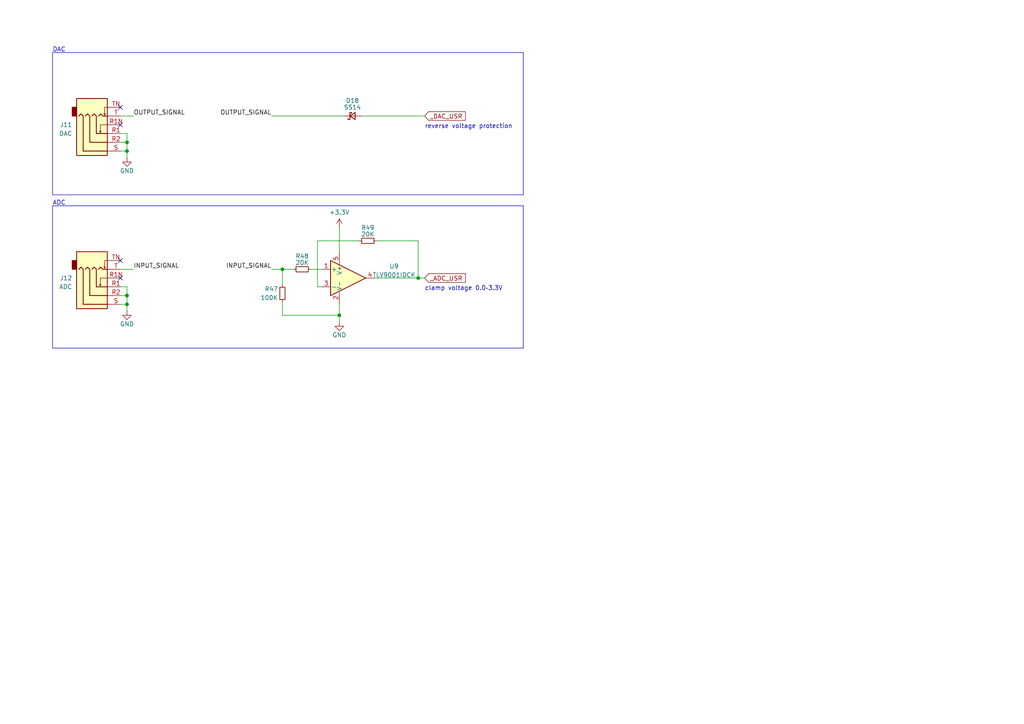
<source format=kicad_sch>
(kicad_sch (version 20231120) (generator "eeschema") (generator_version "8.0")
  (paper "A4")
  (lib_symbols
    (symbol "Amplifier_Operational:TLV9001IDCK" (pin_names (offset 0.127))
      (property "Reference" "U" (at 7.62 2.54 0))
      (property "Value" "TLV9001IDCK" (at 11.43 -2.54 0))
      (symbol "TLV9001IDCK_0_1"
        (polyline (pts (xy -2.54 5.08) (xy -2.54 -5.08) (xy 7.62 0) (xy -2.54 5.08)) (stroke (width 0.254)) (fill (type background)))
      )
      (symbol "TLV9001IDCK_1_1"
        (pin input line (at -5.08 2.54 0) (length 2.54) (name "+") (number "1"))
        (pin power_in line (at 0 -7.62 90) (length 3.81) (name "V-") (number "2"))
        (pin input line (at -5.08 -2.54 0) (length 2.54) (name "-") (number "3"))
        (pin output line (at 10.16 0 180) (length 2.54) (name "~") (number "4"))
        (pin power_in line (at 0 7.62 270) (length 3.81) (name "V+") (number "5"))
      )
    )
    (symbol "Connector_Audio:AudioJack4_SwitchTR1"
      (property "Reference" "J" (at 0 11.43 0))
      (property "Value" "AudioJack4_SwitchTR1" (at 0 8.89 0))
      (symbol "AudioJack4_SwitchTR1_0_1"
        (rectangle (start -7.62 -5.08) (end -8.89 -7.62) (stroke (width 0.254)) (fill (type outline)))
        (polyline (pts (xy 1.27 -5.08) (xy 2.54 -5.08)))
        (polyline (pts (xy 1.27 2.54) (xy 2.54 2.54)))
        (polyline (pts (xy 2.54 0) (xy 1.27 0)))
        (polyline (pts (xy 2.54 5.08) (xy 1.27 5.08)))
        (rectangle (start 1.27 6.35) (end -7.62 -10.16) (stroke (width 0.254)) (fill (type background)))
      )
      (symbol "AudioJack4_SwitchTR1_1_1"
        (polyline (pts (xy -0.762 -0.254) (xy -0.508 -0.762)))
        (polyline (pts (xy 0.508 -5.334) (xy 0.762 -5.842)))
        (polyline (pts (xy -1.27 -5.08) (xy -0.635 -5.715) (xy 0 -5.08) (xy 1.27 -5.08)) (stroke (width 0.254)))
        (polyline (pts (xy 2.54 -7.62) (xy 0.508 -7.62) (xy 0.508 -5.334) (xy 0.254 -5.842)))
        (polyline (pts (xy 2.54 -2.54) (xy -0.762 -2.54) (xy -0.762 -0.254) (xy -1.016 -0.762)))
        (polyline (pts (xy -3.175 -5.08) (xy -2.54 -5.715) (xy -1.905 -5.08) (xy -1.905 0) (xy 1.27 0)) (stroke (width 0.254)))
        (polyline (pts (xy 1.27 2.54) (xy -3.81 2.54) (xy -3.81 -5.08) (xy -4.445 -5.715) (xy -5.08 -5.08)) (stroke (width 0.254)))
        (polyline (pts (xy 1.27 5.08) (xy -5.715 5.08) (xy -5.715 -5.08) (xy -6.35 -5.715) (xy -6.985 -5.08)) (stroke (width 0.254)))
        (pin passive line (at 5.08 0 180) (length 2.54) (name "~") (number "R1"))
        (pin passive line (at 5.08 -2.54 180) (length 2.54) (name "~") (number "R1N"))
        (pin passive line (at 5.08 2.54 180) (length 2.54) (name "~") (number "R2"))
        (pin passive line (at 5.08 5.08 180) (length 2.54) (name "~") (number "S"))
        (pin passive line (at 5.08 -5.08 180) (length 2.54) (name "~") (number "T"))
        (pin passive line (at 5.08 -7.62 180) (length 2.54) (name "~") (number "TN"))
      )
    )
    (symbol "Device:D_Schottky_Small" (pin_numbers hide) (pin_names (offset 0.254) hide)
      (property "Reference" "D" (at -1.27 2.032 0))
      (property "Value" "D_Schottky_Small" (at -7.112 -2.032 0))
      (symbol "D_Schottky_Small_0_1"
        (polyline (pts (xy -0.762 0) (xy 0.762 0)))
        (polyline (pts (xy 0.762 -1.016) (xy -0.762 0) (xy 0.762 1.016) (xy 0.762 -1.016)) (stroke (width 0.254)))
        (polyline (pts (xy -1.27 0.762) (xy -1.27 1.016) (xy -0.762 1.016) (xy -0.762 -1.016) (xy -0.254 -1.016) (xy -0.254 -0.762)) (stroke (width 0.254)))
      )
      (symbol "D_Schottky_Small_1_1"
        (pin passive line (at -2.54 0 0) (length 1.778) (name "K") (number "1"))
        (pin passive line (at 2.54 0 180) (length 1.778) (name "A") (number "2"))
      )
    )
    (symbol "Device:R_Small" (pin_numbers hide) (pin_names (offset 0.254) hide)
      (property "Reference" "R" (at 0.762 0.508 0))
      (property "Value" "R_Small" (at 0.762 -1.016 0))
      (symbol "R_Small_0_1"
        (rectangle (start -0.762 1.778) (end 0.762 -1.778) (stroke (width 0.2032)))
      )
      (symbol "R_Small_1_1"
        (pin passive line (at 0 2.54 270) (length 0.762) (name "~") (number "1"))
        (pin passive line (at 0 -2.54 90) (length 0.762) (name "~") (number "2"))
      )
    )
    (symbol "power:+3.3V" (power) (pin_names (offset 0))
      (property "Value" "+3.3V" (at 0 3.556 0))
      (symbol "+3.3V_0_1"
        (polyline (pts (xy -0.762 1.27) (xy 0 2.54)))
        (polyline (pts (xy 0 0) (xy 0 2.54)))
        (polyline (pts (xy 0 2.54) (xy 0.762 1.27)))
      )
      (symbol "+3.3V_1_1"
        (pin power_in line (at 0 0 90) (length 0) hide (name "+3.3V") (number "1"))
      )
    )
    (symbol "power:GND" (power) (pin_names (offset 0))
      (property "Value" "GND" (at 0 -3.81 0))
      (symbol "GND_0_1"
        (polyline (pts (xy 0 0) (xy 0 -1.27) (xy 1.27 -1.27) (xy 0 -2.54) (xy -1.27 -1.27) (xy 0 -1.27)))
      )
      (symbol "GND_1_1"
        (pin power_in line (at 0 0 270) (length 0) hide (name "GND") (number "1"))
      )
    )
  )
  (junction (at 121.285 80.645))
  (junction (at 81.915 78.105))
  (junction (at 36.83 41.275))
  (junction (at 36.83 43.815))
  (junction (at 98.425 91.44))
  (junction (at 36.83 85.725))
  (junction (at 36.83 88.265))
  (no_connect (at 34.925 31.115))
  (no_connect (at 34.925 36.195))
  (no_connect (at 34.925 75.565))
  (no_connect (at 34.925 80.645))
  (wire (pts (xy 36.83 83.185) (xy 34.925 83.185)))
  (wire (pts (xy 90.17 78.105) (xy 93.345 78.105)))
  (wire (pts (xy 34.925 38.735) (xy 36.83 38.735)))
  (wire (pts (xy 121.285 80.645) (xy 123.19 80.645)))
  (wire (pts (xy 36.83 88.265) (xy 36.83 90.17)))
  (wire (pts (xy 98.425 66.04) (xy 98.425 73.025)))
  (wire (pts (xy 81.915 78.105) (xy 85.09 78.105)))
  (wire (pts (xy 78.74 78.105) (xy 81.915 78.105)))
  (wire (pts (xy 81.915 91.44) (xy 98.425 91.44)))
  (wire (pts (xy 36.83 43.815) (xy 36.83 45.72)))
  (wire (pts (xy 36.83 41.275) (xy 36.83 43.815)))
  (wire (pts (xy 98.425 91.44) (xy 98.425 93.345)))
  (wire (pts (xy 36.83 83.185) (xy 36.83 85.725)))
  (wire (pts (xy 93.345 83.185) (xy 92.075 83.185)))
  (wire (pts (xy 109.22 69.85) (xy 121.285 69.85)))
  (wire (pts (xy 99.695 33.655) (xy 78.74 33.655)))
  (wire (pts (xy 36.83 85.725) (xy 36.83 88.265)))
  (wire (pts (xy 36.83 41.275) (xy 34.925 41.275)))
  (wire (pts (xy 104.775 33.655) (xy 123.19 33.655)))
  (wire (pts (xy 92.075 69.85) (xy 104.14 69.85)))
  (wire (pts (xy 92.075 69.85) (xy 92.075 83.185)))
  (wire (pts (xy 98.425 88.265) (xy 98.425 91.44)))
  (wire (pts (xy 38.735 33.655) (xy 34.925 33.655)))
  (wire (pts (xy 81.915 87.63) (xy 81.915 91.44)))
  (wire (pts (xy 36.83 88.265) (xy 34.925 88.265)))
  (wire (pts (xy 34.925 85.725) (xy 36.83 85.725)))
  (wire (pts (xy 108.585 80.645) (xy 121.285 80.645)))
  (wire (pts (xy 121.285 69.85) (xy 121.285 80.645)))
  (wire (pts (xy 38.735 78.105) (xy 34.925 78.105)))
  (wire (pts (xy 36.83 43.815) (xy 34.925 43.815)))
  (wire (pts (xy 36.83 38.735) (xy 36.83 41.275)))
  (wire (pts (xy 81.915 78.105) (xy 81.915 82.55)))
  (rectangle (start 15.24 59.69) (end 151.765 100.965))
  (rectangle (start 15.24 15.24) (end 151.765 56.515))
  (text "clamp voltage 0.0–3.3V" (at 123.19 84.455 0) (effects (font (size 1.27 1.27)) (justify left bottom)))
  (text "reverse voltage protection" (at 123.19 37.465 0) (effects (font (size 1.27 1.27)) (justify left bottom)))
  (text "DAC" (at 15.24 15.24 0) (effects (font (size 1.27 1.27)) (justify left bottom)))
  (text "ADC" (at 15.24 59.69 0) (effects (font (size 1.27 1.27)) (justify left bottom)))
  (label "INPUT_SIGNAL" (at 38.735 78.105 0))
  (label "OUTPUT_SIGNAL" (at 78.74 33.655 180))
  (label "INPUT_SIGNAL" (at 78.74 78.105 180))
  (label "OUTPUT_SIGNAL" (at 38.735 33.655 0))
  (global_label "_ADC_USR" (shape input) (at 123.19 80.645 0) (property "Intersheetrefs" "${INTERSHEET_REFS}" (effects (hide yes))))
  (global_label "_DAC_USR" (shape input) (at 123.19 33.655 0) (property "Intersheetrefs" "${INTERSHEET_REFS}" (effects (hide yes))))
  (symbol (lib_id "power:GND") (at 98.425 93.345 0) (unit 1)
    (property "Reference" "#PWR076" (effects (hide yes)))
    (property "Value" "GND" (at 98.425 97.155 0))
  )
  (symbol (lib_id "power:GND") (at 36.83 90.17 0) (mirror y) (unit 1)
    (property "Reference" "#PWR074" (effects (hide yes)))
    (property "Value" "GND" (at 36.83 93.98 0))
  )
  (symbol (lib_id "power:GND") (at 36.83 45.72 0) (mirror y) (unit 1)
    (property "Reference" "#PWR073" (effects (hide yes)))
    (property "Value" "GND" (at 36.83 49.53 0))
  )
  (symbol (lib_id "Device:R_Small") (at 87.63 78.105 90) (unit 1)
    (property "Reference" "R48" (at 87.63 74.295 90))
    (property "Value" "20K" (at 87.63 76.2 90))
    (property "Footprint" "Resistor_SMD:R_0805_2012Metric" (effects (hide yes)))
    (property "Description" "125mW" (effects (hide yes)))
    (property "JLCPCB" "C4328" (effects (hide yes)))
  )
  (symbol (lib_id "Amplifier_Operational:TLV9001IDCK") (at 98.425 80.645 0) (unit 1)
    (property "Reference" "U9" (at 114.3 77.2161 0))
    (property "Value" "TLV9001IDCK" (at 114.3 79.7561 0))
    (property "Footprint" "Package_TO_SOT_SMD:SOT-353_SC-70-5" (effects (hide yes)))
    (property "Datasheet" "https://www.ti.com/lit/ds/symlink/tlv9001.pdf" (effects (hide yes)))
    (property "JLCPCB" "C398362" (effects (hide yes)))
  )
  (symbol (lib_id "power:+3.3V") (at 98.425 66.04 0) (unit 1)
    (property "Reference" "#PWR075" (effects (hide yes)))
    (property "Value" "+3.3V" (at 98.425 61.595 0))
  )
  (symbol (lib_id "Device:D_Schottky_Small") (at 102.235 33.655 0) (mirror x) (unit 1)
    (property "Reference" "D18" (at 102.235 29.21 0))
    (property "Value" "SS14" (at 102.235 31.115 0))
    (property "Footprint" "Diode_SMD:D_SMA" (effects (hide yes)))
    (property "Datasheet" "https://datasheet.lcsc.com/szlcsc/Changjiang-Electronics-Tech-CJ-B5819W_C8598.pdf" (effects (hide yes)))
    (property "JLCPCB" "C2480" (effects (hide yes)))
    (instances (project "KLST_SHEEP" (path "" (reference "D18") (unit 1))) (project "KLST_CATERPILLAR" (path "" (reference "D14") (unit 1))))
  )
  (symbol (lib_id "Connector_Audio:AudioJack4_SwitchTR1") (at 29.845 83.185 0) (mirror x) (unit 1)
    (property "Reference" "J12" (at 20.955 80.645 0) (effects (justify right)))
    (property "Value" "ADC" (at 20.955 83.185 0) (effects (justify right)))
    (property "Footprint" "PJ-316A-6A:PJ-316A-6A" (effects (hide yes)))
    (property "Datasheet" "https://datasheet.lcsc.com/szlcsc/1810121710_Korean-Hroparts-Elec-PJ-316A-6A_C128987.pdf" (effects (hide yes)))
    (property "JLCPCB" "C128987" (effects (hide yes)))
  )
  (symbol (lib_id "Connector_Audio:AudioJack4_SwitchTR1") (at 29.845 38.735 0) (mirror x) (unit 1)
    (property "Reference" "J11" (at 20.955 36.195 0) (effects (justify right)))
    (property "Value" "DAC" (at 20.955 38.735 0) (effects (justify right)))
    (property "Footprint" "PJ-316A-6A:PJ-316A-6A" (effects (hide yes)))
    (property "Datasheet" "https://datasheet.lcsc.com/szlcsc/1810121710_Korean-Hroparts-Elec-PJ-316A-6A_C128987.pdf" (effects (hide yes)))
    (property "JLCPCB" "C128987" (effects (hide yes)))
  )
  (symbol (lib_id "Device:R_Small") (at 81.915 85.09 0) (mirror y) (unit 1)
    (property "Reference" "R47" (at 80.645 83.82 0) (effects (justify left)))
    (property "Value" "100K" (at 80.645 86.36 0) (effects (justify left)))
    (property "Footprint" "Resistor_SMD:R_0805_2012Metric" (effects (hide yes)))
    (property "Description" "125mW" (effects (hide yes)))
    (property "JLCPCB" "C25611" (effects (hide yes)))
  )
  (symbol (lib_id "Device:R_Small") (at 106.68 69.85 90) (unit 1)
    (property "Reference" "R49" (at 106.68 66.04 90))
    (property "Value" "20K" (at 106.68 67.945 90))
    (property "Footprint" "Resistor_SMD:R_0805_2012Metric" (effects (hide yes)))
    (property "Description" "125mW" (effects (hide yes)))
    (property "JLCPCB" "C4328" (effects (hide yes)))
  )
)
</source>
